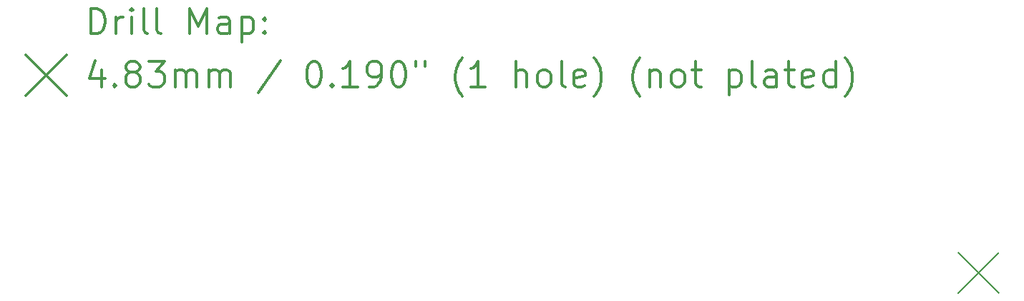
<source format=gbr>
%FSLAX45Y45*%
G04 Gerber Fmt 4.5, Leading zero omitted, Abs format (unit mm)*
G04 Created by KiCad (PCBNEW (5.1.2)-1) date 2019-11-02 02:49:32*
%MOMM*%
%LPD*%
G04 APERTURE LIST*
%ADD10C,0.200000*%
%ADD11C,0.300000*%
G04 APERTURE END LIST*
D10*
X10553700Y-3060700D02*
X11036300Y-3543300D01*
X11036300Y-3060700D02*
X10553700Y-3543300D01*
D11*
X286429Y-465714D02*
X286429Y-165714D01*
X357857Y-165714D01*
X400714Y-180000D01*
X429286Y-208571D01*
X443571Y-237143D01*
X457857Y-294286D01*
X457857Y-337143D01*
X443571Y-394286D01*
X429286Y-422857D01*
X400714Y-451428D01*
X357857Y-465714D01*
X286429Y-465714D01*
X586429Y-465714D02*
X586429Y-265714D01*
X586429Y-322857D02*
X600714Y-294286D01*
X615000Y-280000D01*
X643571Y-265714D01*
X672143Y-265714D01*
X772143Y-465714D02*
X772143Y-265714D01*
X772143Y-165714D02*
X757857Y-180000D01*
X772143Y-194286D01*
X786428Y-180000D01*
X772143Y-165714D01*
X772143Y-194286D01*
X957857Y-465714D02*
X929286Y-451428D01*
X915000Y-422857D01*
X915000Y-165714D01*
X1115000Y-465714D02*
X1086429Y-451428D01*
X1072143Y-422857D01*
X1072143Y-165714D01*
X1457857Y-465714D02*
X1457857Y-165714D01*
X1557857Y-380000D01*
X1657857Y-165714D01*
X1657857Y-465714D01*
X1929286Y-465714D02*
X1929286Y-308571D01*
X1915000Y-280000D01*
X1886428Y-265714D01*
X1829286Y-265714D01*
X1800714Y-280000D01*
X1929286Y-451428D02*
X1900714Y-465714D01*
X1829286Y-465714D01*
X1800714Y-451428D01*
X1786428Y-422857D01*
X1786428Y-394286D01*
X1800714Y-365714D01*
X1829286Y-351428D01*
X1900714Y-351428D01*
X1929286Y-337143D01*
X2072143Y-265714D02*
X2072143Y-565714D01*
X2072143Y-280000D02*
X2100714Y-265714D01*
X2157857Y-265714D01*
X2186429Y-280000D01*
X2200714Y-294286D01*
X2215000Y-322857D01*
X2215000Y-408571D01*
X2200714Y-437143D01*
X2186429Y-451428D01*
X2157857Y-465714D01*
X2100714Y-465714D01*
X2072143Y-451428D01*
X2343571Y-437143D02*
X2357857Y-451428D01*
X2343571Y-465714D01*
X2329286Y-451428D01*
X2343571Y-437143D01*
X2343571Y-465714D01*
X2343571Y-280000D02*
X2357857Y-294286D01*
X2343571Y-308571D01*
X2329286Y-294286D01*
X2343571Y-280000D01*
X2343571Y-308571D01*
X-482600Y-718700D02*
X0Y-1201300D01*
X0Y-718700D02*
X-482600Y-1201300D01*
X415000Y-895714D02*
X415000Y-1095714D01*
X343571Y-781428D02*
X272143Y-995714D01*
X457857Y-995714D01*
X572143Y-1067143D02*
X586429Y-1081429D01*
X572143Y-1095714D01*
X557857Y-1081429D01*
X572143Y-1067143D01*
X572143Y-1095714D01*
X757857Y-924286D02*
X729286Y-910000D01*
X715000Y-895714D01*
X700714Y-867143D01*
X700714Y-852857D01*
X715000Y-824286D01*
X729286Y-810000D01*
X757857Y-795714D01*
X815000Y-795714D01*
X843571Y-810000D01*
X857857Y-824286D01*
X872143Y-852857D01*
X872143Y-867143D01*
X857857Y-895714D01*
X843571Y-910000D01*
X815000Y-924286D01*
X757857Y-924286D01*
X729286Y-938571D01*
X715000Y-952857D01*
X700714Y-981428D01*
X700714Y-1038571D01*
X715000Y-1067143D01*
X729286Y-1081429D01*
X757857Y-1095714D01*
X815000Y-1095714D01*
X843571Y-1081429D01*
X857857Y-1067143D01*
X872143Y-1038571D01*
X872143Y-981428D01*
X857857Y-952857D01*
X843571Y-938571D01*
X815000Y-924286D01*
X972143Y-795714D02*
X1157857Y-795714D01*
X1057857Y-910000D01*
X1100714Y-910000D01*
X1129286Y-924286D01*
X1143571Y-938571D01*
X1157857Y-967143D01*
X1157857Y-1038571D01*
X1143571Y-1067143D01*
X1129286Y-1081429D01*
X1100714Y-1095714D01*
X1015000Y-1095714D01*
X986428Y-1081429D01*
X972143Y-1067143D01*
X1286429Y-1095714D02*
X1286429Y-895714D01*
X1286429Y-924286D02*
X1300714Y-910000D01*
X1329286Y-895714D01*
X1372143Y-895714D01*
X1400714Y-910000D01*
X1415000Y-938571D01*
X1415000Y-1095714D01*
X1415000Y-938571D02*
X1429286Y-910000D01*
X1457857Y-895714D01*
X1500714Y-895714D01*
X1529286Y-910000D01*
X1543571Y-938571D01*
X1543571Y-1095714D01*
X1686428Y-1095714D02*
X1686428Y-895714D01*
X1686428Y-924286D02*
X1700714Y-910000D01*
X1729286Y-895714D01*
X1772143Y-895714D01*
X1800714Y-910000D01*
X1815000Y-938571D01*
X1815000Y-1095714D01*
X1815000Y-938571D02*
X1829286Y-910000D01*
X1857857Y-895714D01*
X1900714Y-895714D01*
X1929286Y-910000D01*
X1943571Y-938571D01*
X1943571Y-1095714D01*
X2529286Y-781428D02*
X2272143Y-1167143D01*
X2915000Y-795714D02*
X2943571Y-795714D01*
X2972143Y-810000D01*
X2986428Y-824286D01*
X3000714Y-852857D01*
X3015000Y-910000D01*
X3015000Y-981428D01*
X3000714Y-1038571D01*
X2986428Y-1067143D01*
X2972143Y-1081429D01*
X2943571Y-1095714D01*
X2915000Y-1095714D01*
X2886428Y-1081429D01*
X2872143Y-1067143D01*
X2857857Y-1038571D01*
X2843571Y-981428D01*
X2843571Y-910000D01*
X2857857Y-852857D01*
X2872143Y-824286D01*
X2886428Y-810000D01*
X2915000Y-795714D01*
X3143571Y-1067143D02*
X3157857Y-1081429D01*
X3143571Y-1095714D01*
X3129286Y-1081429D01*
X3143571Y-1067143D01*
X3143571Y-1095714D01*
X3443571Y-1095714D02*
X3272143Y-1095714D01*
X3357857Y-1095714D02*
X3357857Y-795714D01*
X3329286Y-838571D01*
X3300714Y-867143D01*
X3272143Y-881428D01*
X3586428Y-1095714D02*
X3643571Y-1095714D01*
X3672143Y-1081429D01*
X3686428Y-1067143D01*
X3715000Y-1024286D01*
X3729286Y-967143D01*
X3729286Y-852857D01*
X3715000Y-824286D01*
X3700714Y-810000D01*
X3672143Y-795714D01*
X3615000Y-795714D01*
X3586428Y-810000D01*
X3572143Y-824286D01*
X3557857Y-852857D01*
X3557857Y-924286D01*
X3572143Y-952857D01*
X3586428Y-967143D01*
X3615000Y-981428D01*
X3672143Y-981428D01*
X3700714Y-967143D01*
X3715000Y-952857D01*
X3729286Y-924286D01*
X3915000Y-795714D02*
X3943571Y-795714D01*
X3972143Y-810000D01*
X3986428Y-824286D01*
X4000714Y-852857D01*
X4015000Y-910000D01*
X4015000Y-981428D01*
X4000714Y-1038571D01*
X3986428Y-1067143D01*
X3972143Y-1081429D01*
X3943571Y-1095714D01*
X3915000Y-1095714D01*
X3886428Y-1081429D01*
X3872143Y-1067143D01*
X3857857Y-1038571D01*
X3843571Y-981428D01*
X3843571Y-910000D01*
X3857857Y-852857D01*
X3872143Y-824286D01*
X3886428Y-810000D01*
X3915000Y-795714D01*
X4129286Y-795714D02*
X4129286Y-852857D01*
X4243571Y-795714D02*
X4243571Y-852857D01*
X4686429Y-1210000D02*
X4672143Y-1195714D01*
X4643571Y-1152857D01*
X4629286Y-1124286D01*
X4615000Y-1081429D01*
X4600714Y-1010000D01*
X4600714Y-952857D01*
X4615000Y-881428D01*
X4629286Y-838571D01*
X4643571Y-810000D01*
X4672143Y-767143D01*
X4686429Y-752857D01*
X4957857Y-1095714D02*
X4786429Y-1095714D01*
X4872143Y-1095714D02*
X4872143Y-795714D01*
X4843571Y-838571D01*
X4815000Y-867143D01*
X4786429Y-881428D01*
X5315000Y-1095714D02*
X5315000Y-795714D01*
X5443571Y-1095714D02*
X5443571Y-938571D01*
X5429286Y-910000D01*
X5400714Y-895714D01*
X5357857Y-895714D01*
X5329286Y-910000D01*
X5315000Y-924286D01*
X5629286Y-1095714D02*
X5600714Y-1081429D01*
X5586429Y-1067143D01*
X5572143Y-1038571D01*
X5572143Y-952857D01*
X5586429Y-924286D01*
X5600714Y-910000D01*
X5629286Y-895714D01*
X5672143Y-895714D01*
X5700714Y-910000D01*
X5715000Y-924286D01*
X5729286Y-952857D01*
X5729286Y-1038571D01*
X5715000Y-1067143D01*
X5700714Y-1081429D01*
X5672143Y-1095714D01*
X5629286Y-1095714D01*
X5900714Y-1095714D02*
X5872143Y-1081429D01*
X5857857Y-1052857D01*
X5857857Y-795714D01*
X6129286Y-1081429D02*
X6100714Y-1095714D01*
X6043571Y-1095714D01*
X6015000Y-1081429D01*
X6000714Y-1052857D01*
X6000714Y-938571D01*
X6015000Y-910000D01*
X6043571Y-895714D01*
X6100714Y-895714D01*
X6129286Y-910000D01*
X6143571Y-938571D01*
X6143571Y-967143D01*
X6000714Y-995714D01*
X6243571Y-1210000D02*
X6257857Y-1195714D01*
X6286428Y-1152857D01*
X6300714Y-1124286D01*
X6315000Y-1081429D01*
X6329286Y-1010000D01*
X6329286Y-952857D01*
X6315000Y-881428D01*
X6300714Y-838571D01*
X6286428Y-810000D01*
X6257857Y-767143D01*
X6243571Y-752857D01*
X6786428Y-1210000D02*
X6772143Y-1195714D01*
X6743571Y-1152857D01*
X6729286Y-1124286D01*
X6715000Y-1081429D01*
X6700714Y-1010000D01*
X6700714Y-952857D01*
X6715000Y-881428D01*
X6729286Y-838571D01*
X6743571Y-810000D01*
X6772143Y-767143D01*
X6786428Y-752857D01*
X6900714Y-895714D02*
X6900714Y-1095714D01*
X6900714Y-924286D02*
X6915000Y-910000D01*
X6943571Y-895714D01*
X6986428Y-895714D01*
X7015000Y-910000D01*
X7029286Y-938571D01*
X7029286Y-1095714D01*
X7215000Y-1095714D02*
X7186428Y-1081429D01*
X7172143Y-1067143D01*
X7157857Y-1038571D01*
X7157857Y-952857D01*
X7172143Y-924286D01*
X7186428Y-910000D01*
X7215000Y-895714D01*
X7257857Y-895714D01*
X7286428Y-910000D01*
X7300714Y-924286D01*
X7315000Y-952857D01*
X7315000Y-1038571D01*
X7300714Y-1067143D01*
X7286428Y-1081429D01*
X7257857Y-1095714D01*
X7215000Y-1095714D01*
X7400714Y-895714D02*
X7515000Y-895714D01*
X7443571Y-795714D02*
X7443571Y-1052857D01*
X7457857Y-1081429D01*
X7486428Y-1095714D01*
X7515000Y-1095714D01*
X7843571Y-895714D02*
X7843571Y-1195714D01*
X7843571Y-910000D02*
X7872143Y-895714D01*
X7929286Y-895714D01*
X7957857Y-910000D01*
X7972143Y-924286D01*
X7986428Y-952857D01*
X7986428Y-1038571D01*
X7972143Y-1067143D01*
X7957857Y-1081429D01*
X7929286Y-1095714D01*
X7872143Y-1095714D01*
X7843571Y-1081429D01*
X8157857Y-1095714D02*
X8129286Y-1081429D01*
X8115000Y-1052857D01*
X8115000Y-795714D01*
X8400714Y-1095714D02*
X8400714Y-938571D01*
X8386428Y-910000D01*
X8357857Y-895714D01*
X8300714Y-895714D01*
X8272143Y-910000D01*
X8400714Y-1081429D02*
X8372143Y-1095714D01*
X8300714Y-1095714D01*
X8272143Y-1081429D01*
X8257857Y-1052857D01*
X8257857Y-1024286D01*
X8272143Y-995714D01*
X8300714Y-981428D01*
X8372143Y-981428D01*
X8400714Y-967143D01*
X8500714Y-895714D02*
X8615000Y-895714D01*
X8543571Y-795714D02*
X8543571Y-1052857D01*
X8557857Y-1081429D01*
X8586429Y-1095714D01*
X8615000Y-1095714D01*
X8829286Y-1081429D02*
X8800714Y-1095714D01*
X8743571Y-1095714D01*
X8715000Y-1081429D01*
X8700714Y-1052857D01*
X8700714Y-938571D01*
X8715000Y-910000D01*
X8743571Y-895714D01*
X8800714Y-895714D01*
X8829286Y-910000D01*
X8843571Y-938571D01*
X8843571Y-967143D01*
X8700714Y-995714D01*
X9100714Y-1095714D02*
X9100714Y-795714D01*
X9100714Y-1081429D02*
X9072143Y-1095714D01*
X9015000Y-1095714D01*
X8986429Y-1081429D01*
X8972143Y-1067143D01*
X8957857Y-1038571D01*
X8957857Y-952857D01*
X8972143Y-924286D01*
X8986429Y-910000D01*
X9015000Y-895714D01*
X9072143Y-895714D01*
X9100714Y-910000D01*
X9215000Y-1210000D02*
X9229286Y-1195714D01*
X9257857Y-1152857D01*
X9272143Y-1124286D01*
X9286429Y-1081429D01*
X9300714Y-1010000D01*
X9300714Y-952857D01*
X9286429Y-881428D01*
X9272143Y-838571D01*
X9257857Y-810000D01*
X9229286Y-767143D01*
X9215000Y-752857D01*
M02*

</source>
